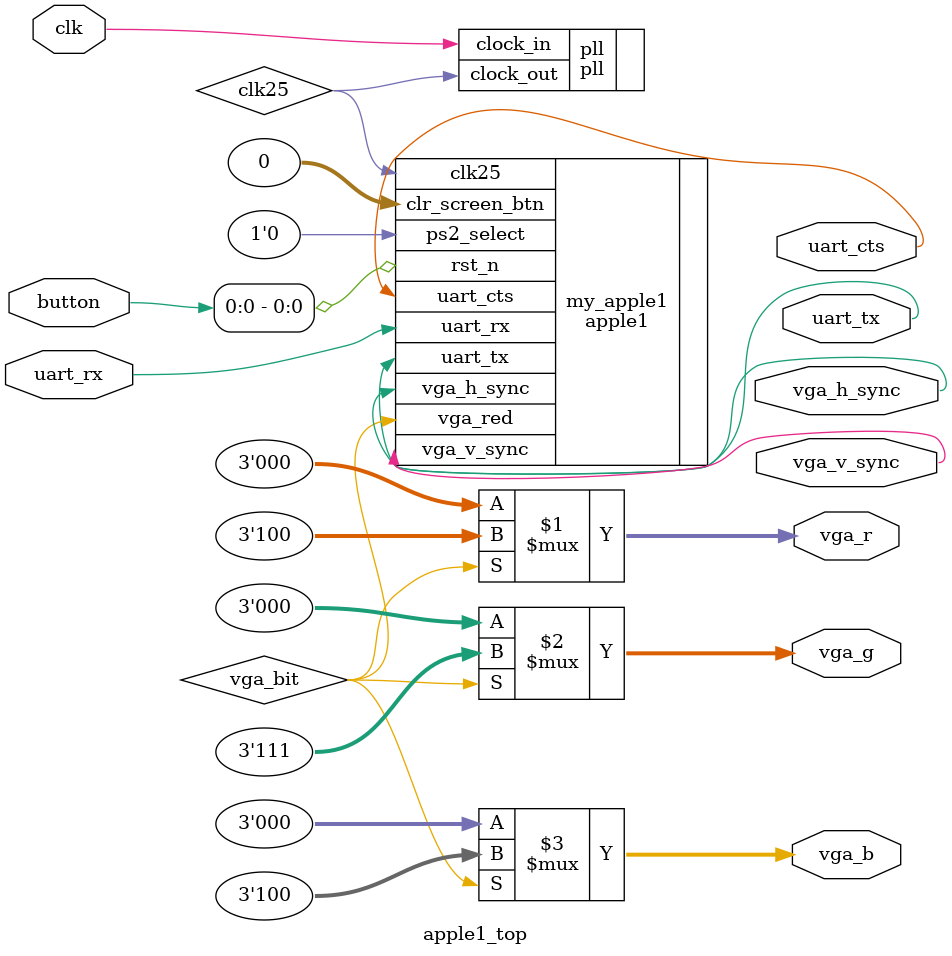
<source format=v>

module apple1_top(
    input  clk,             // 100 MHz board clock

    // I/O interface to computer
    input  uart_rx,         // asynchronous serial data input from computer
    output uart_tx,         // asynchronous serial data output to computer
    output uart_cts,        // clear to send flag to computer

    // Outputs to VGA display
    output vga_h_sync,          // hozizontal VGA sync pulse
    output vga_v_sync,          // vertical VGA sync pulse
    output [2:0] vga_r,         // red VGA signal
    output [2:0] vga_g,         // green VGA signal
    output [2:0] vga_b,         // blue VGA signal

    input [1:0] button
);

    wire clk25;

    pll pll(.clock_in(clk),
        .clock_out(clk25),
    );

    wire vga_bit;

    // set the monochrome base colour here..
    assign vga_r[2:0] = vga_bit ? 3'b100 : 3'b000;
    assign vga_g[2:0] = vga_bit ? 3'b111 : 3'b000;
    assign vga_b[2:0] = vga_bit ? 3'b100 : 3'b000;

    // apple one main system
    apple1 my_apple1(
        .clk25(clk25),
        .rst_n(button[0]),
        .uart_rx(uart_rx),
        .uart_tx(uart_tx),
        .uart_cts(uart_cts),
        .clr_screen_btn(0),
        .vga_h_sync(vga_h_sync),
        .vga_v_sync(vga_v_sync),
        .vga_red(vga_bit),
        .ps2_select(1'b0),
    );
endmodule

</source>
